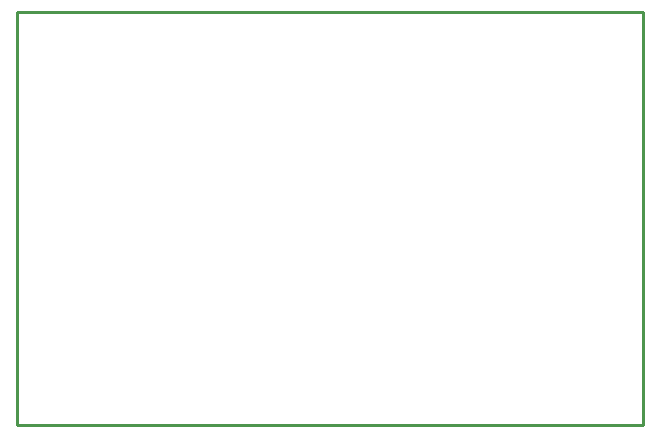
<source format=gko>
G04 Layer: BoardOutlineLayer*
G04 EasyEDA v6.5.15, 2022-09-28 12:13:24*
G04 892822c75daf4fab94dfbcc76b8c5603,1f4112cc517544ad8a54913e61995025,10*
G04 Gerber Generator version 0.2*
G04 Scale: 100 percent, Rotated: No, Reflected: No *
G04 Dimensions in millimeters *
G04 leading zeros omitted , absolute positions ,4 integer and 5 decimal *
%FSLAX45Y45*%
%MOMM*%

%ADD10C,0.2540*%
D10*
X788901Y9101584D02*
G01*
X6088893Y9101584D01*
X6088893Y5601586D01*
X788901Y5601586D01*
X788901Y9101584D01*

%LPD*%
M02*

</source>
